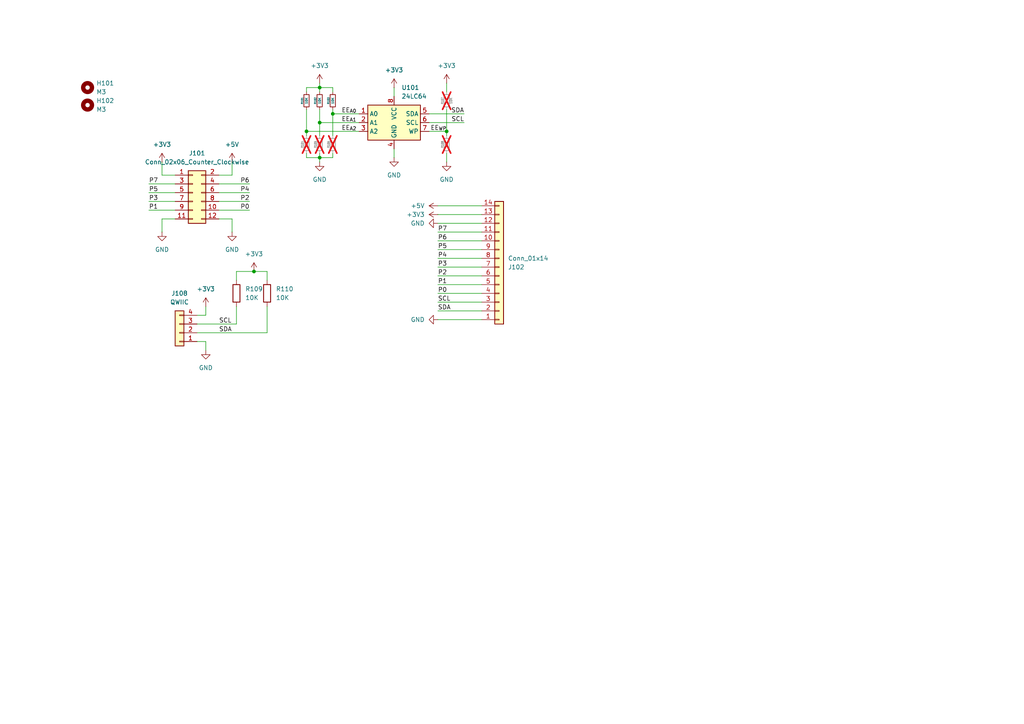
<source format=kicad_sch>
(kicad_sch (version 20250114) (generator "eeschema") (generator_version "9.0")
  (paper "A4")
  (lib_symbols
    (symbol "Connector_Generic:Conn_01x04" (pin_names (offset 1.016) (hide yes))
      (property "Reference" "J" (at 0 5.08 0))
      (property "Value" "Conn_01x04" (at 0 -7.62 0))
      (symbol "Conn_01x04_1_1"
        (rectangle (start -1.27 3.81) (end 1.27 -6.35) (stroke (width 0.254)) (fill (type background)))
        (rectangle (start -1.27 2.667) (end 0 2.413) (stroke (width 0.1524)))
        (rectangle (start -1.27 0.127) (end 0 -0.127) (stroke (width 0.1524)))
        (rectangle (start -1.27 -2.413) (end 0 -2.667) (stroke (width 0.1524)))
        (rectangle (start -1.27 -4.953) (end 0 -5.207) (stroke (width 0.1524)))
        (pin passive line (at -5.08 2.54 0) (length 3.81) (name "Pin_1") (number "1"))
        (pin passive line (at -5.08 0 0) (length 3.81) (name "Pin_2") (number "2"))
        (pin passive line (at -5.08 -2.54 0) (length 3.81) (name "Pin_3") (number "3"))
        (pin passive line (at -5.08 -5.08 0) (length 3.81) (name "Pin_4") (number "4"))
      )
    )
    (symbol "Connector_Generic:Conn_01x14" (pin_names (offset 1.016) (hide yes))
      (property "Reference" "J" (at 0 17.78 0))
      (property "Value" "Conn_01x14" (at 0 -20.32 0))
      (symbol "Conn_01x14_1_1"
        (rectangle (start -1.27 16.51) (end 1.27 -19.05) (stroke (width 0.254)) (fill (type background)))
        (rectangle (start -1.27 15.367) (end 0 15.113) (stroke (width 0.1524)))
        (rectangle (start -1.27 12.827) (end 0 12.573) (stroke (width 0.1524)))
        (rectangle (start -1.27 10.287) (end 0 10.033) (stroke (width 0.1524)))
        (rectangle (start -1.27 7.747) (end 0 7.493) (stroke (width 0.1524)))
        (rectangle (start -1.27 5.207) (end 0 4.953) (stroke (width 0.1524)))
        (rectangle (start -1.27 2.667) (end 0 2.413) (stroke (width 0.1524)))
        (rectangle (start -1.27 0.127) (end 0 -0.127) (stroke (width 0.1524)))
        (rectangle (start -1.27 -2.413) (end 0 -2.667) (stroke (width 0.1524)))
        (rectangle (start -1.27 -4.953) (end 0 -5.207) (stroke (width 0.1524)))
        (rectangle (start -1.27 -7.493) (end 0 -7.747) (stroke (width 0.1524)))
        (rectangle (start -1.27 -10.033) (end 0 -10.287) (stroke (width 0.1524)))
        (rectangle (start -1.27 -12.573) (end 0 -12.827) (stroke (width 0.1524)))
        (rectangle (start -1.27 -15.113) (end 0 -15.367) (stroke (width 0.1524)))
        (rectangle (start -1.27 -17.653) (end 0 -17.907) (stroke (width 0.1524)))
        (pin passive line (at -5.08 15.24 0) (length 3.81) (name "Pin_1") (number "1"))
        (pin passive line (at -5.08 12.7 0) (length 3.81) (name "Pin_2") (number "2"))
        (pin passive line (at -5.08 10.16 0) (length 3.81) (name "Pin_3") (number "3"))
        (pin passive line (at -5.08 7.62 0) (length 3.81) (name "Pin_4") (number "4"))
        (pin passive line (at -5.08 5.08 0) (length 3.81) (name "Pin_5") (number "5"))
        (pin passive line (at -5.08 2.54 0) (length 3.81) (name "Pin_6") (number "6"))
        (pin passive line (at -5.08 0 0) (length 3.81) (name "Pin_7") (number "7"))
        (pin passive line (at -5.08 -2.54 0) (length 3.81) (name "Pin_8") (number "8"))
        (pin passive line (at -5.08 -5.08 0) (length 3.81) (name "Pin_9") (number "9"))
        (pin passive line (at -5.08 -7.62 0) (length 3.81) (name "Pin_10") (number "10"))
        (pin passive line (at -5.08 -10.16 0) (length 3.81) (name "Pin_11") (number "11"))
        (pin passive line (at -5.08 -12.7 0) (length 3.81) (name "Pin_12") (number "12"))
        (pin passive line (at -5.08 -15.24 0) (length 3.81) (name "Pin_13") (number "13"))
        (pin passive line (at -5.08 -17.78 0) (length 3.81) (name "Pin_14") (number "14"))
      )
    )
    (symbol "Connector_Generic:Conn_02x06_Odd_Even" (pin_names (offset 1.016) (hide yes))
      (property "Reference" "J" (at 1.27 7.62 0))
      (property "Value" "Conn_02x06_Odd_Even" (at 1.27 -10.16 0))
      (symbol "Conn_02x06_Odd_Even_1_1"
        (rectangle (start -1.27 6.35) (end 3.81 -8.89) (stroke (width 0.254)) (fill (type background)))
        (rectangle (start -1.27 5.207) (end 0 4.953) (stroke (width 0.1524)))
        (rectangle (start -1.27 2.667) (end 0 2.413) (stroke (width 0.1524)))
        (rectangle (start -1.27 0.127) (end 0 -0.127) (stroke (width 0.1524)))
        (rectangle (start -1.27 -2.413) (end 0 -2.667) (stroke (width 0.1524)))
        (rectangle (start -1.27 -4.953) (end 0 -5.207) (stroke (width 0.1524)))
        (rectangle (start -1.27 -7.493) (end 0 -7.747) (stroke (width 0.1524)))
        (rectangle (start 3.81 5.207) (end 2.54 4.953) (stroke (width 0.1524)))
        (rectangle (start 3.81 2.667) (end 2.54 2.413) (stroke (width 0.1524)))
        (rectangle (start 3.81 0.127) (end 2.54 -0.127) (stroke (width 0.1524)))
        (rectangle (start 3.81 -2.413) (end 2.54 -2.667) (stroke (width 0.1524)))
        (rectangle (start 3.81 -4.953) (end 2.54 -5.207) (stroke (width 0.1524)))
        (rectangle (start 3.81 -7.493) (end 2.54 -7.747) (stroke (width 0.1524)))
        (pin passive line (at -5.08 5.08 0) (length 3.81) (name "Pin_1") (number "1"))
        (pin passive line (at -5.08 2.54 0) (length 3.81) (name "Pin_3") (number "3"))
        (pin passive line (at -5.08 0 0) (length 3.81) (name "Pin_5") (number "5"))
        (pin passive line (at -5.08 -2.54 0) (length 3.81) (name "Pin_7") (number "7"))
        (pin passive line (at -5.08 -5.08 0) (length 3.81) (name "Pin_9") (number "9"))
        (pin passive line (at -5.08 -7.62 0) (length 3.81) (name "Pin_11") (number "11"))
        (pin passive line (at 7.62 5.08 180) (length 3.81) (name "Pin_2") (number "2"))
        (pin passive line (at 7.62 2.54 180) (length 3.81) (name "Pin_4") (number "4"))
        (pin passive line (at 7.62 0 180) (length 3.81) (name "Pin_6") (number "6"))
        (pin passive line (at 7.62 -2.54 180) (length 3.81) (name "Pin_8") (number "8"))
        (pin passive line (at 7.62 -5.08 180) (length 3.81) (name "Pin_10") (number "10"))
        (pin passive line (at 7.62 -7.62 180) (length 3.81) (name "Pin_12") (number "12"))
      )
    )
    (symbol "Device:R" (pin_numbers (hide yes)) (pin_names (offset 0))
      (property "Reference" "R" (at 2.032 0 90))
      (property "Value" "R" (at 0 0 90))
      (symbol "R_0_1"
        (rectangle (start -1.016 -2.54) (end 1.016 2.54) (stroke (width 0.254)))
      )
      (symbol "R_1_1"
        (pin passive line (at 0 3.81 270) (length 1.27) (name "~") (number "1"))
        (pin passive line (at 0 -3.81 90) (length 1.27) (name "~") (number "2"))
      )
    )
    (symbol "Device:R_Small" (pin_numbers (hide yes)) (pin_names (offset 0.254) (hide yes))
      (property "Reference" "R" (at 0 0 90))
      (property "Value" "R_Small" (at 1.778 0 90))
      (symbol "R_Small_0_1"
        (rectangle (start -0.762 1.778) (end 0.762 -1.778) (stroke (width 0.2032)))
      )
      (symbol "R_Small_1_1"
        (pin passive line (at 0 2.54 270) (length 0.762) (name "~") (number "1"))
        (pin passive line (at 0 -2.54 90) (length 0.762) (name "~") (number "2"))
      )
    )
    (symbol "Mechanical:MountingHole" (pin_names (offset 1.016)) (in_bom no)
      (property "Reference" "H" (at 0 5.08 0))
      (property "Value" "MountingHole" (at 0 3.175 0))
      (symbol "MountingHole_0_1"
        (circle (center 0 0) (radius 1.27) (stroke (width 1.27)))
      )
    )
    (symbol "Memory_EEPROM:24LC64"
      (property "Reference" "U" (at -6.35 6.35 0))
      (property "Value" "24LC64" (at 1.27 6.35 0))
      (symbol "24LC64_1_1"
        (rectangle (start -7.62 5.08) (end 7.62 -5.08) (stroke (width 0.254)) (fill (type background)))
        (pin input line (at -10.16 2.54 0) (length 2.54) (name "A0") (number "1"))
        (pin input line (at -10.16 0 0) (length 2.54) (name "A1") (number "2"))
        (pin input line (at -10.16 -2.54 0) (length 2.54) (name "A2") (number "3"))
        (pin power_in line (at 0 7.62 270) (length 2.54) (name "VCC") (number "8"))
        (pin power_in line (at 0 -7.62 90) (length 2.54) (name "GND") (number "4"))
        (pin bidirectional line (at 10.16 2.54 180) (length 2.54) (name "SDA") (number "5"))
        (pin input line (at 10.16 0 180) (length 2.54) (name "SCL") (number "6"))
        (pin input line (at 10.16 -2.54 180) (length 2.54) (name "WP") (number "7"))
      )
    )
    (symbol "power:+3V3" (power) (pin_numbers (hide yes)) (pin_names (offset 0) (hide yes))
      (property "Value" "+3V3" (at 0 3.556 0))
      (symbol "+3V3_0_1"
        (polyline (pts (xy -0.762 1.27) (xy 0 2.54)))
        (polyline (pts (xy 0 2.54) (xy 0.762 1.27)))
        (polyline (pts (xy 0 0) (xy 0 2.54)))
      )
      (symbol "+3V3_1_1"
        (pin power_in line (at 0 0 90) (length 0) (name "~") (number "1"))
      )
    )
    (symbol "power:+5V" (power) (pin_numbers (hide yes)) (pin_names (offset 0) (hide yes))
      (property "Value" "+5V" (at 0 3.556 0))
      (symbol "+5V_0_1"
        (polyline (pts (xy -0.762 1.27) (xy 0 2.54)))
        (polyline (pts (xy 0 2.54) (xy 0.762 1.27)))
        (polyline (pts (xy 0 0) (xy 0 2.54)))
      )
      (symbol "+5V_1_1"
        (pin power_in line (at 0 0 90) (length 0) (name "~") (number "1"))
      )
    )
    (symbol "power:GND" (power) (pin_numbers (hide yes)) (pin_names (offset 0) (hide yes))
      (property "Value" "GND" (at 0 -3.81 0))
      (symbol "GND_0_1"
        (polyline (pts (xy 0 0) (xy 0 -1.27) (xy 1.27 -1.27) (xy 0 -2.54) (xy -1.27 -1.27) (xy 0 -1.27)))
      )
      (symbol "GND_1_1"
        (pin power_in line (at 0 0 270) (length 0) (name "~") (number "1"))
      )
    )
  )
  (junction (at 88.9 38.1))
  (junction (at 92.71 35.56))
  (junction (at 96.52 33.02))
  (junction (at 92.71 25.4))
  (junction (at 73.66 78.74))
  (junction (at 129.54 38.1))
  (junction (at 92.71 45.72))
  (wire (pts (xy 92.71 25.4) (xy 92.71 26.67)))
  (wire (pts (xy 129.54 24.13) (xy 129.54 26.67)))
  (wire (pts (xy 50.8 63.5) (xy 46.99 63.5)))
  (wire (pts (xy 92.71 45.72) (xy 96.52 45.72)))
  (wire (pts (xy 129.54 31.75) (xy 129.54 38.1)))
  (wire (pts (xy 127 85.09) (xy 139.7 85.09)))
  (wire (pts (xy 127 62.23) (xy 139.7 62.23)))
  (wire (pts (xy 50.8 50.8) (xy 46.99 50.8)))
  (wire (pts (xy 127 72.39) (xy 139.7 72.39)))
  (wire (pts (xy 63.5 53.34) (xy 72.39 53.34)))
  (wire (pts (xy 124.46 35.56) (xy 134.62 35.56)))
  (wire (pts (xy 92.71 24.13) (xy 92.71 25.4)))
  (wire (pts (xy 96.52 45.72) (xy 96.52 44.45)))
  (wire (pts (xy 104.14 38.1) (xy 88.9 38.1)))
  (wire (pts (xy 96.52 33.02) (xy 96.52 39.37)))
  (wire (pts (xy 127 69.85) (xy 139.7 69.85)))
  (wire (pts (xy 127 77.47) (xy 139.7 77.47)))
  (wire (pts (xy 73.66 78.74) (xy 68.58 78.74)))
  (wire (pts (xy 57.15 93.98) (xy 68.58 93.98)))
  (wire (pts (xy 96.52 31.75) (xy 96.52 33.02)))
  (wire (pts (xy 104.14 33.02) (xy 96.52 33.02)))
  (wire (pts (xy 114.3 43.18) (xy 114.3 45.72)))
  (wire (pts (xy 127 67.31) (xy 139.7 67.31)))
  (wire (pts (xy 88.9 26.67) (xy 88.9 25.4)))
  (wire (pts (xy 104.14 35.56) (xy 92.71 35.56)))
  (wire (pts (xy 57.15 99.06) (xy 59.69 99.06)))
  (wire (pts (xy 127 87.63) (xy 139.7 87.63)))
  (wire (pts (xy 57.15 91.44) (xy 59.69 91.44)))
  (wire (pts (xy 127 64.77) (xy 139.7 64.77)))
  (wire (pts (xy 68.58 78.74) (xy 68.58 81.28)))
  (wire (pts (xy 96.52 25.4) (xy 96.52 26.67)))
  (wire (pts (xy 92.71 44.45) (xy 92.71 45.72)))
  (wire (pts (xy 127 80.01) (xy 139.7 80.01)))
  (wire (pts (xy 46.99 63.5) (xy 46.99 67.31)))
  (wire (pts (xy 124.46 33.02) (xy 134.62 33.02)))
  (wire (pts (xy 63.5 50.8) (xy 67.31 50.8)))
  (wire (pts (xy 88.9 44.45) (xy 88.9 45.72)))
  (wire (pts (xy 92.71 45.72) (xy 92.71 46.99)))
  (wire (pts (xy 114.3 25.4) (xy 114.3 27.94)))
  (wire (pts (xy 63.5 55.88) (xy 72.39 55.88)))
  (wire (pts (xy 129.54 44.45) (xy 129.54 46.99)))
  (wire (pts (xy 88.9 38.1) (xy 88.9 39.37)))
  (wire (pts (xy 63.5 60.96) (xy 72.39 60.96)))
  (wire (pts (xy 67.31 63.5) (xy 67.31 67.31)))
  (wire (pts (xy 43.18 53.34) (xy 50.8 53.34)))
  (wire (pts (xy 124.46 38.1) (xy 129.54 38.1)))
  (wire (pts (xy 43.18 60.96) (xy 50.8 60.96)))
  (wire (pts (xy 88.9 38.1) (xy 88.9 31.75)))
  (wire (pts (xy 127 59.69) (xy 139.7 59.69)))
  (wire (pts (xy 43.18 55.88) (xy 50.8 55.88)))
  (wire (pts (xy 73.66 78.74) (xy 77.47 78.74)))
  (wire (pts (xy 88.9 45.72) (xy 92.71 45.72)))
  (wire (pts (xy 77.47 96.52) (xy 77.47 88.9)))
  (wire (pts (xy 59.69 88.9) (xy 59.69 91.44)))
  (wire (pts (xy 92.71 25.4) (xy 96.52 25.4)))
  (wire (pts (xy 92.71 35.56) (xy 92.71 39.37)))
  (wire (pts (xy 127 90.17) (xy 139.7 90.17)))
  (wire (pts (xy 127 92.71) (xy 139.7 92.71)))
  (wire (pts (xy 63.5 63.5) (xy 67.31 63.5)))
  (wire (pts (xy 59.69 99.06) (xy 59.69 101.6)))
  (wire (pts (xy 127 74.93) (xy 139.7 74.93)))
  (wire (pts (xy 77.47 78.74) (xy 77.47 81.28)))
  (wire (pts (xy 63.5 58.42) (xy 72.39 58.42)))
  (wire (pts (xy 88.9 25.4) (xy 92.71 25.4)))
  (wire (pts (xy 92.71 35.56) (xy 92.71 31.75)))
  (wire (pts (xy 46.99 46.99) (xy 46.99 50.8)))
  (wire (pts (xy 129.54 38.1) (xy 129.54 39.37)))
  (wire (pts (xy 43.18 58.42) (xy 50.8 58.42)))
  (wire (pts (xy 57.15 96.52) (xy 77.47 96.52)))
  (wire (pts (xy 127 82.55) (xy 139.7 82.55)))
  (wire (pts (xy 68.58 88.9) (xy 68.58 93.98)))
  (wire (pts (xy 67.31 46.99) (xy 67.31 50.8)))
  (label "P7" (at 127 67.31 0))
  (label "SDA" (at 63.5 96.52 0))
  (label "P1" (at 127 82.55 0))
  (label "SDA" (at 127 90.17 0))
  (label "SCL" (at 63.5 93.98 0))
  (label "P3" (at 127 77.47 0))
  (label "EE_{A2}" (at 99.06 38.1 0))
  (label "P3" (at 43.18 58.42 0))
  (label "P4" (at 72.39 55.88 180))
  (label "SCL" (at 134.62 35.56 180))
  (label "P2" (at 127 80.01 0))
  (label "SDA" (at 134.62 33.02 180))
  (label "P5" (at 127 72.39 0))
  (label "P2" (at 72.39 58.42 180))
  (label "P6" (at 127 69.85 0))
  (label "EE_{A0}" (at 99.06 33.02 0))
  (label "SCL" (at 127 87.63 0))
  (label "P7" (at 43.18 53.34 0))
  (label "P5" (at 43.18 55.88 0))
  (label "P0" (at 72.39 60.96 180))
  (label "P4" (at 127 74.93 0))
  (label "P1" (at 43.18 60.96 0))
  (label "EE_{A1}" (at 99.06 35.56 0))
  (label "EE_{WP}" (at 129.54 38.1 180))
  (label "P6" (at 72.39 53.34 180))
  (label "P0" (at 127 85.09 0))
  (symbol (lib_id "Device:R_Small") (at 92.71 29.21 0) (unit 1)
    (property "Reference" "R102" (at 91.44 29.21 90) (effects (font (size 0.508 0.508))))
    (property "Value" "10K" (at 92.71 29.21 90) (effects (font (size 0.635 0.635))))
    (property "Footprint" "Resistor_SMD:R_0603_1608Metric_Pad0.98x0.95mm_HandSolder" (effects (hide yes)))
    (property "Description" "Resistor, small symbol" (effects (hide yes)))
  )
  (symbol (lib_id "power:+5V") (at 67.31 46.99 0) (unit 1)
    (property "Reference" "#PWR0104" (effects (hide yes)))
    (property "Value" "+5V" (at 67.31 41.91 0))
    (property "Description" "Power symbol creates a global label with name \"+5V\"" (effects (hide yes)))
  )
  (symbol (lib_id "power:+3V3") (at 46.99 46.99 0) (unit 1)
    (property "Reference" "#PWR0103" (effects (hide yes)))
    (property "Value" "+3V3" (at 46.99 41.91 0))
    (property "Description" "Power symbol creates a global label with name \"+3V3\"" (effects (hide yes)))
  )
  (symbol (lib_id "Mechanical:MountingHole") (at 25.4 25.4 0) (unit 1) (in_bom no)
    (property "Reference" "H101" (at 27.94 24.1299 0) (effects (justify left)))
    (property "Value" "M3" (at 27.94 26.6699 0) (effects (justify left)))
    (property "Footprint" "MountingHole:MountingHole_3.2mm_M3_ISO7380" (effects (hide yes)))
    (property "Description" "Mounting Hole without connection" (effects (hide yes)))
  )
  (symbol (lib_id "Device:R_Small") (at 96.52 41.91 0) (unit 1) (dnp yes)
    (property "Reference" "R106" (at 95.25 41.91 90) (effects (font (size 0.508 0.508))))
    (property "Value" "10K" (at 96.52 41.91 90) (effects (font (size 0.635 0.635))))
    (property "Footprint" "Resistor_SMD:R_0603_1608Metric_Pad0.98x0.95mm_HandSolder" (effects (hide yes)))
    (property "Description" "Resistor, small symbol" (effects (hide yes)))
  )
  (symbol (lib_id "Device:R_Small") (at 129.54 29.21 0) (unit 1) (dnp yes)
    (property "Reference" "R107" (at 128.27 29.21 90) (effects (font (size 0.508 0.508))))
    (property "Value" "10K" (at 130.81 29.21 90) (effects (font (size 0.635 0.635))))
    (property "Footprint" "Resistor_SMD:R_0603_1608Metric_Pad0.98x0.95mm_HandSolder" (effects (hide yes)))
    (property "Description" "Resistor, small symbol" (effects (hide yes)))
  )
  (symbol (lib_id "power:+3V3") (at 127 62.23 90) (unit 1)
    (property "Reference" "#PWR0113" (effects (hide yes)))
    (property "Value" "+3V3" (at 123.19 62.2299 90) (effects (justify left)))
    (property "Description" "Power symbol creates a global label with name \"+3V3\"" (effects (hide yes)))
  )
  (symbol (lib_id "Connector_Generic:Conn_02x06_Odd_Even") (at 55.88 55.88 0) (unit 1)
    (property "Reference" "J101" (at 57.15 44.45 0))
    (property "Value" "Conn_02x06_Counter_Clockwise" (at 57.15 46.99 0))
    (property "Footprint" "Connector_PinHeader_2.54mm:PinHeader_2x06_P2.54mm_Vertical" (effects (hide yes)))
    (property "Description" "Generic connector, double row, 02x06, odd/even pin numbering scheme (row 1 odd numbers, row 2 even numbers), script generated (kicad-library-utils/schlib/autogen/connector/)" (effects (hide yes)))
  )
  (symbol (lib_id "Device:R_Small") (at 129.54 41.91 0) (unit 1) (dnp yes)
    (property "Reference" "R108" (at 128.27 41.91 90) (effects (font (size 0.508 0.508))))
    (property "Value" "10K" (at 129.54 41.91 90) (effects (font (size 0.635 0.635))))
    (property "Footprint" "Resistor_SMD:R_0603_1608Metric_Pad0.98x0.95mm_HandSolder" (effects (hide yes)))
    (property "Description" "Resistor, small symbol" (effects (hide yes)))
  )
  (symbol (lib_id "power:+3V3") (at 129.54 24.13 0) (unit 1)
    (property "Reference" "#PWR0109" (effects (hide yes)))
    (property "Value" "+3V3" (at 129.54 19.05 0))
    (property "Description" "Power symbol creates a global label with name \"+3V3\"" (effects (hide yes)))
  )
  (symbol (lib_id "Device:R_Small") (at 96.52 29.21 0) (unit 1)
    (property "Reference" "R103" (at 95.25 29.21 90) (effects (font (size 0.508 0.508))))
    (property "Value" "10K" (at 96.52 29.21 90) (effects (font (size 0.635 0.635))))
    (property "Footprint" "Resistor_SMD:R_0603_1608Metric_Pad0.98x0.95mm_HandSolder" (effects (hide yes)))
    (property "Description" "Resistor, small symbol" (effects (hide yes)))
  )
  (symbol (lib_id "power:GND") (at 92.71 46.99 0) (unit 1)
    (property "Reference" "#PWR0108" (effects (hide yes)))
    (property "Value" "GND" (at 92.71 52.07 0))
    (property "Description" "Power symbol creates a global label with name \"GND\" , ground" (effects (hide yes)))
  )
  (symbol (lib_id "Connector_Generic:Conn_01x14") (at 144.78 77.47 0) (mirror x) (unit 1)
    (property "Reference" "J102" (at 147.32 77.4701 0) (effects (justify left)))
    (property "Value" "Conn_01x14" (at 147.32 74.9301 0) (effects (justify left)))
    (property "Footprint" "Connector_PinSocket_2.54mm:PinSocket_1x14_P2.54mm_Horizontal" (effects (hide yes)))
    (property "Description" "Generic connector, single row, 01x14, script generated (kicad-library-utils/schlib/autogen/connector/)" (effects (hide yes)))
  )
  (symbol (lib_id "Device:R_Small") (at 88.9 41.91 0) (unit 1) (dnp yes)
    (property "Reference" "R104" (at 87.63 41.91 90) (effects (font (size 0.508 0.508))))
    (property "Value" "10K" (at 88.9 41.91 90) (effects (font (size 0.635 0.635))))
    (property "Footprint" "Resistor_SMD:R_0603_1608Metric_Pad0.98x0.95mm_HandSolder" (effects (hide yes)))
    (property "Description" "Resistor, small symbol" (effects (hide yes)))
  )
  (symbol (lib_id "power:GND") (at 67.31 67.31 0) (unit 1)
    (property "Reference" "#PWR0102" (effects (hide yes)))
    (property "Value" "GND" (at 67.31 72.39 0))
    (property "Description" "Power symbol creates a global label with name \"GND\" , ground" (effects (hide yes)))
  )
  (symbol (lib_id "Device:R") (at 77.47 85.09 0) (unit 1)
    (property "Reference" "R110" (at 80.01 83.8199 0) (effects (justify left)))
    (property "Value" "10K" (at 80.01 86.3599 0) (effects (justify left)))
    (property "Footprint" "Resistor_THT:R_Axial_DIN0207_L6.3mm_D2.5mm_P10.16mm_Horizontal" (effects (hide yes)))
    (property "Description" "Resistor" (effects (hide yes)))
  )
  (symbol (lib_id "power:+3V3") (at 73.66 78.74 0) (unit 1)
    (property "Reference" "#PWR0111" (effects (hide yes)))
    (property "Value" "+3V3" (at 73.66 73.66 0))
    (property "Description" "Power symbol creates a global label with name \"+3V3\"" (effects (hide yes)))
  )
  (symbol (lib_id "Device:R") (at 68.58 85.09 0) (unit 1)
    (property "Reference" "R109" (at 71.12 83.8199 0) (effects (justify left)))
    (property "Value" "10K" (at 71.12 86.3599 0) (effects (justify left)))
    (property "Footprint" "Resistor_THT:R_Axial_DIN0207_L6.3mm_D2.5mm_P10.16mm_Horizontal" (effects (hide yes)))
    (property "Description" "Resistor" (effects (hide yes)))
  )
  (symbol (lib_id "Connector_Generic:Conn_01x04") (at 52.07 96.52 180) (unit 1)
    (property "Reference" "J108" (at 52.07 85.09 0))
    (property "Value" "QWIIC" (at 52.07 87.63 0))
    (property "Footprint" "Connector_PinSocket_2.54mm:PinSocket_1x04_P2.54mm_Horizontal" (effects (hide yes)))
    (property "Description" "Generic connector, single row, 01x04, script generated (kicad-library-utils/schlib/autogen/connector/)" (effects (hide yes)))
  )
  (symbol (lib_id "Mechanical:MountingHole") (at 25.4 30.48 0) (unit 1) (in_bom no)
    (property "Reference" "H102" (at 27.94 29.2099 0) (effects (justify left)))
    (property "Value" "M3" (at 27.94 31.7499 0) (effects (justify left)))
    (property "Footprint" "MountingHole:MountingHole_3.2mm_M3_ISO7380" (effects (hide yes)))
    (property "Description" "Mounting Hole without connection" (effects (hide yes)))
  )
  (symbol (lib_id "power:GND") (at 59.69 101.6 0) (unit 1)
    (property "Reference" "#PWR0129" (effects (hide yes)))
    (property "Value" "GND" (at 59.69 106.68 0))
    (property "Description" "Power symbol creates a global label with name \"GND\" , ground" (effects (hide yes)))
  )
  (symbol (lib_id "power:GND") (at 127 64.77 270) (unit 1)
    (property "Reference" "#PWR0112" (effects (hide yes)))
    (property "Value" "GND" (at 123.19 64.7699 90) (effects (justify right)))
    (property "Description" "Power symbol creates a global label with name \"GND\" , ground" (effects (hide yes)))
  )
  (symbol (lib_id "power:+5V") (at 127 59.69 90) (unit 1)
    (property "Reference" "#PWR0114" (effects (hide yes)))
    (property "Value" "+5V" (at 123.19 59.6899 90) (effects (justify left)))
    (property "Description" "Power symbol creates a global label with name \"+5V\"" (effects (hide yes)))
  )
  (symbol (lib_id "Device:R_Small") (at 92.71 41.91 0) (unit 1) (dnp yes)
    (property "Reference" "R105" (at 91.44 41.91 90) (effects (font (size 0.508 0.508))))
    (property "Value" "10K" (at 92.71 41.91 90) (effects (font (size 0.635 0.635))))
    (property "Footprint" "Resistor_SMD:R_0603_1608Metric_Pad0.98x0.95mm_HandSolder" (effects (hide yes)))
    (property "Description" "Resistor, small symbol" (effects (hide yes)))
  )
  (symbol (lib_id "power:+3V3") (at 114.3 25.4 0) (unit 1)
    (property "Reference" "#PWR0105" (effects (hide yes)))
    (property "Value" "+3V3" (at 114.3 20.32 0))
    (property "Description" "Power symbol creates a global label with name \"+3V3\"" (effects (hide yes)))
  )
  (symbol (lib_id "power:+3V3") (at 92.71 24.13 0) (unit 1)
    (property "Reference" "#PWR0107" (effects (hide yes)))
    (property "Value" "+3V3" (at 92.71 19.05 0))
    (property "Description" "Power symbol creates a global label with name \"+3V3\"" (effects (hide yes)))
  )
  (symbol (lib_id "power:GND") (at 129.54 46.99 0) (unit 1)
    (property "Reference" "#PWR0110" (effects (hide yes)))
    (property "Value" "GND" (at 129.54 52.07 0))
    (property "Description" "Power symbol creates a global label with name \"GND\" , ground" (effects (hide yes)))
  )
  (symbol (lib_id "power:+3V3") (at 59.69 88.9 0) (unit 1)
    (property "Reference" "#PWR0128" (effects (hide yes)))
    (property "Value" "+3V3" (at 59.69 83.82 0))
    (property "Description" "Power symbol creates a global label with name \"+3V3\"" (effects (hide yes)))
  )
  (symbol (lib_id "power:GND") (at 127 92.71 270) (unit 1)
    (property "Reference" "#PWR0115" (effects (hide yes)))
    (property "Value" "GND" (at 123.19 92.7099 90) (effects (justify right)))
    (property "Description" "Power symbol creates a global label with name \"GND\" , ground" (effects (hide yes)))
  )
  (symbol (lib_id "Memory_EEPROM:24LC64") (at 114.3 35.56 0) (unit 1)
    (property "Reference" "U101" (at 116.4433 25.4 0) (effects (justify left)))
    (property "Value" "24LC64" (at 116.4433 27.94 0) (effects (justify left)))
    (property "Footprint" "Package_DIP:DIP-8_W7.62mm_LongPads" (effects (hide yes)))
    (property "Datasheet" "http://ww1.microchip.com/downloads/en/DeviceDoc/21189f.pdf" (effects (hide yes)))
    (property "Description" "I2C Serial EEPROM, 64Kb, DIP-8/SOIC-8/TSSOP-8/DFN-8" (effects (hide yes)))
  )
  (symbol (lib_id "power:GND") (at 114.3 45.72 0) (unit 1)
    (property "Reference" "#PWR0106" (effects (hide yes)))
    (property "Value" "GND" (at 114.3 50.8 0))
    (property "Description" "Power symbol creates a global label with name \"GND\" , ground" (effects (hide yes)))
  )
  (symbol (lib_id "power:GND") (at 46.99 67.31 0) (unit 1)
    (property "Reference" "#PWR0101" (effects (hide yes)))
    (property "Value" "GND" (at 46.99 72.39 0))
    (property "Description" "Power symbol creates a global label with name \"GND\" , ground" (effects (hide yes)))
  )
  (symbol (lib_id "Device:R_Small") (at 88.9 29.21 0) (unit 1)
    (property "Reference" "R101" (at 87.63 29.21 90) (effects (font (size 0.508 0.508))))
    (property "Value" "10K" (at 88.9 29.21 90) (effects (font (size 0.635 0.635))))
    (property "Footprint" "Resistor_SMD:R_0603_1608Metric_Pad0.98x0.95mm_HandSolder" (effects (hide yes)))
    (property "Description" "Resistor, small symbol" (effects (hide yes)))
  )
)
</source>
